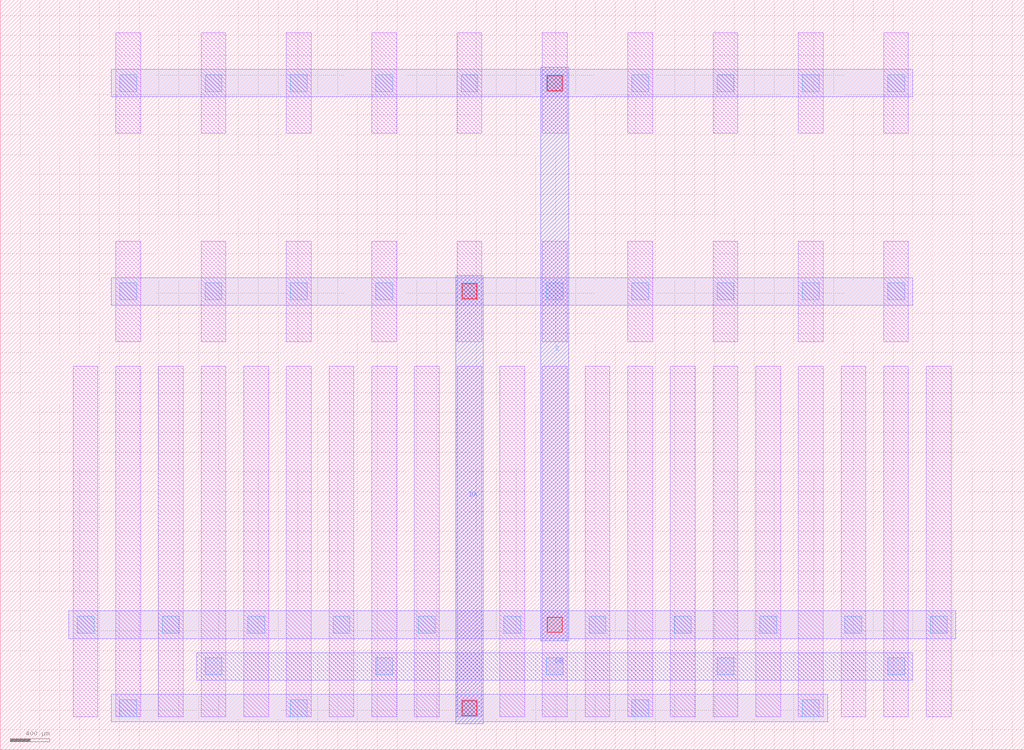
<source format=lef>
MACRO SCM_PMOS_61005845_X5_Y1
  UNITS 
    DATABASE MICRONS UNITS 1000;
  END UNITS 
  ORIGIN 0 0 ;
  FOREIGN SCM_PMOS_61005845_X5_Y1 0 0 ;
  SIZE 10320 BY 7560 ;
  PIN DA
    DIRECTION INOUT ;
    USE SIGNAL ;
    PORT
      LAYER M3 ;
        RECT 4590 260 4870 4780 ;
    END
  END DA
  PIN DB
    DIRECTION INOUT ;
    USE SIGNAL ;
    PORT
      LAYER M2 ;
        RECT 1980 700 9200 980 ;
    END
  END DB
  PIN S
    DIRECTION INOUT ;
    USE SIGNAL ;
    PORT
      LAYER M3 ;
        RECT 5450 1100 5730 6880 ;
    END
  END S
  OBS
    LAYER M1 ;
      RECT 1165 335 1415 3865 ;
    LAYER M1 ;
      RECT 1165 4115 1415 5125 ;
    LAYER M1 ;
      RECT 1165 6215 1415 7225 ;
    LAYER M1 ;
      RECT 735 335 985 3865 ;
    LAYER M1 ;
      RECT 1595 335 1845 3865 ;
    LAYER M1 ;
      RECT 2025 335 2275 3865 ;
    LAYER M1 ;
      RECT 2025 4115 2275 5125 ;
    LAYER M1 ;
      RECT 2025 6215 2275 7225 ;
    LAYER M1 ;
      RECT 2455 335 2705 3865 ;
    LAYER M1 ;
      RECT 2885 335 3135 3865 ;
    LAYER M1 ;
      RECT 2885 4115 3135 5125 ;
    LAYER M1 ;
      RECT 2885 6215 3135 7225 ;
    LAYER M1 ;
      RECT 3315 335 3565 3865 ;
    LAYER M1 ;
      RECT 3745 335 3995 3865 ;
    LAYER M1 ;
      RECT 3745 4115 3995 5125 ;
    LAYER M1 ;
      RECT 3745 6215 3995 7225 ;
    LAYER M1 ;
      RECT 4175 335 4425 3865 ;
    LAYER M1 ;
      RECT 4605 335 4855 3865 ;
    LAYER M1 ;
      RECT 4605 4115 4855 5125 ;
    LAYER M1 ;
      RECT 4605 6215 4855 7225 ;
    LAYER M1 ;
      RECT 5035 335 5285 3865 ;
    LAYER M1 ;
      RECT 5465 335 5715 3865 ;
    LAYER M1 ;
      RECT 5465 4115 5715 5125 ;
    LAYER M1 ;
      RECT 5465 6215 5715 7225 ;
    LAYER M1 ;
      RECT 5895 335 6145 3865 ;
    LAYER M1 ;
      RECT 6325 335 6575 3865 ;
    LAYER M1 ;
      RECT 6325 4115 6575 5125 ;
    LAYER M1 ;
      RECT 6325 6215 6575 7225 ;
    LAYER M1 ;
      RECT 6755 335 7005 3865 ;
    LAYER M1 ;
      RECT 7185 335 7435 3865 ;
    LAYER M1 ;
      RECT 7185 4115 7435 5125 ;
    LAYER M1 ;
      RECT 7185 6215 7435 7225 ;
    LAYER M1 ;
      RECT 7615 335 7865 3865 ;
    LAYER M1 ;
      RECT 8045 335 8295 3865 ;
    LAYER M1 ;
      RECT 8045 4115 8295 5125 ;
    LAYER M1 ;
      RECT 8045 6215 8295 7225 ;
    LAYER M1 ;
      RECT 8475 335 8725 3865 ;
    LAYER M1 ;
      RECT 8905 335 9155 3865 ;
    LAYER M1 ;
      RECT 8905 4115 9155 5125 ;
    LAYER M1 ;
      RECT 8905 6215 9155 7225 ;
    LAYER M1 ;
      RECT 9335 335 9585 3865 ;
    LAYER M2 ;
      RECT 1120 4480 9200 4760 ;
    LAYER M2 ;
      RECT 1120 280 8340 560 ;
    LAYER M2 ;
      RECT 690 1120 9630 1400 ;
    LAYER M2 ;
      RECT 1120 6580 9200 6860 ;
    LAYER V1 ;
      RECT 1205 335 1375 505 ;
    LAYER V1 ;
      RECT 1205 4535 1375 4705 ;
    LAYER V1 ;
      RECT 1205 6635 1375 6805 ;
    LAYER V1 ;
      RECT 2065 755 2235 925 ;
    LAYER V1 ;
      RECT 2065 4535 2235 4705 ;
    LAYER V1 ;
      RECT 2065 6635 2235 6805 ;
    LAYER V1 ;
      RECT 2925 335 3095 505 ;
    LAYER V1 ;
      RECT 2925 4535 3095 4705 ;
    LAYER V1 ;
      RECT 2925 6635 3095 6805 ;
    LAYER V1 ;
      RECT 3785 755 3955 925 ;
    LAYER V1 ;
      RECT 3785 4535 3955 4705 ;
    LAYER V1 ;
      RECT 3785 6635 3955 6805 ;
    LAYER V1 ;
      RECT 4645 335 4815 505 ;
    LAYER V1 ;
      RECT 4645 4535 4815 4705 ;
    LAYER V1 ;
      RECT 4645 6635 4815 6805 ;
    LAYER V1 ;
      RECT 5505 755 5675 925 ;
    LAYER V1 ;
      RECT 5505 4535 5675 4705 ;
    LAYER V1 ;
      RECT 5505 6635 5675 6805 ;
    LAYER V1 ;
      RECT 6365 335 6535 505 ;
    LAYER V1 ;
      RECT 6365 4535 6535 4705 ;
    LAYER V1 ;
      RECT 6365 6635 6535 6805 ;
    LAYER V1 ;
      RECT 7225 755 7395 925 ;
    LAYER V1 ;
      RECT 7225 4535 7395 4705 ;
    LAYER V1 ;
      RECT 7225 6635 7395 6805 ;
    LAYER V1 ;
      RECT 8085 335 8255 505 ;
    LAYER V1 ;
      RECT 8085 4535 8255 4705 ;
    LAYER V1 ;
      RECT 8085 6635 8255 6805 ;
    LAYER V1 ;
      RECT 8945 755 9115 925 ;
    LAYER V1 ;
      RECT 8945 4535 9115 4705 ;
    LAYER V1 ;
      RECT 8945 6635 9115 6805 ;
    LAYER V1 ;
      RECT 775 1175 945 1345 ;
    LAYER V1 ;
      RECT 1635 1175 1805 1345 ;
    LAYER V1 ;
      RECT 2495 1175 2665 1345 ;
    LAYER V1 ;
      RECT 3355 1175 3525 1345 ;
    LAYER V1 ;
      RECT 4215 1175 4385 1345 ;
    LAYER V1 ;
      RECT 5075 1175 5245 1345 ;
    LAYER V1 ;
      RECT 5935 1175 6105 1345 ;
    LAYER V1 ;
      RECT 6795 1175 6965 1345 ;
    LAYER V1 ;
      RECT 7655 1175 7825 1345 ;
    LAYER V1 ;
      RECT 8515 1175 8685 1345 ;
    LAYER V1 ;
      RECT 9375 1175 9545 1345 ;
    LAYER V2 ;
      RECT 4655 345 4805 495 ;
    LAYER V2 ;
      RECT 4655 4545 4805 4695 ;
    LAYER V2 ;
      RECT 5515 1185 5665 1335 ;
    LAYER V2 ;
      RECT 5515 6645 5665 6795 ;
  END
END SCM_PMOS_61005845_X5_Y1

</source>
